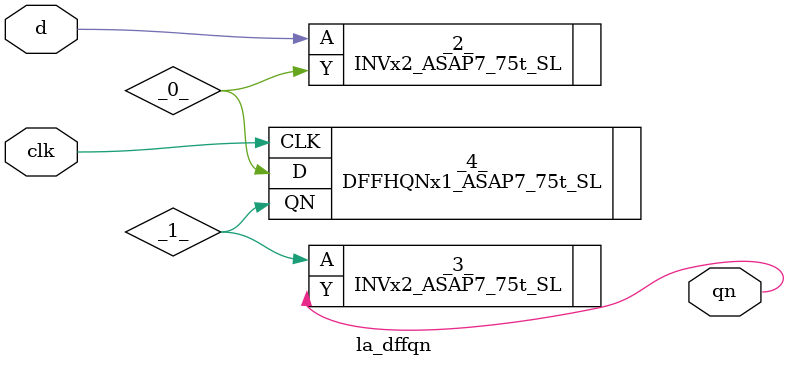
<source format=v>

/* Generated by Yosys 0.44 (git sha1 80ba43d26, g++ 11.4.0-1ubuntu1~22.04 -fPIC -O3) */

(* top =  1  *)
(* src = "inputs/la_dffqn.v:10.1-20.10" *)
module la_dffqn (
    d,
    clk,
    qn
);
  (* src = "inputs/la_dffqn.v:18.5-18.36" *)
  wire _0_;
  wire _1_;
  (* src = "inputs/la_dffqn.v:14.11-14.14" *)
  input clk;
  wire clk;
  (* src = "inputs/la_dffqn.v:13.11-13.12" *)
  input d;
  wire d;
  (* src = "inputs/la_dffqn.v:15.16-15.18" *)
  output qn;
  wire qn;
  INVx2_ASAP7_75t_SL _2_ (
      .A(d),
      .Y(_0_)
  );
  INVx2_ASAP7_75t_SL _3_ (
      .A(_1_),
      .Y(qn)
  );
  (* src = "inputs/la_dffqn.v:18.5-18.36" *)
  DFFHQNx1_ASAP7_75t_SL _4_ (
      .CLK(clk),
      .D  (_0_),
      .QN (_1_)
  );
endmodule

</source>
